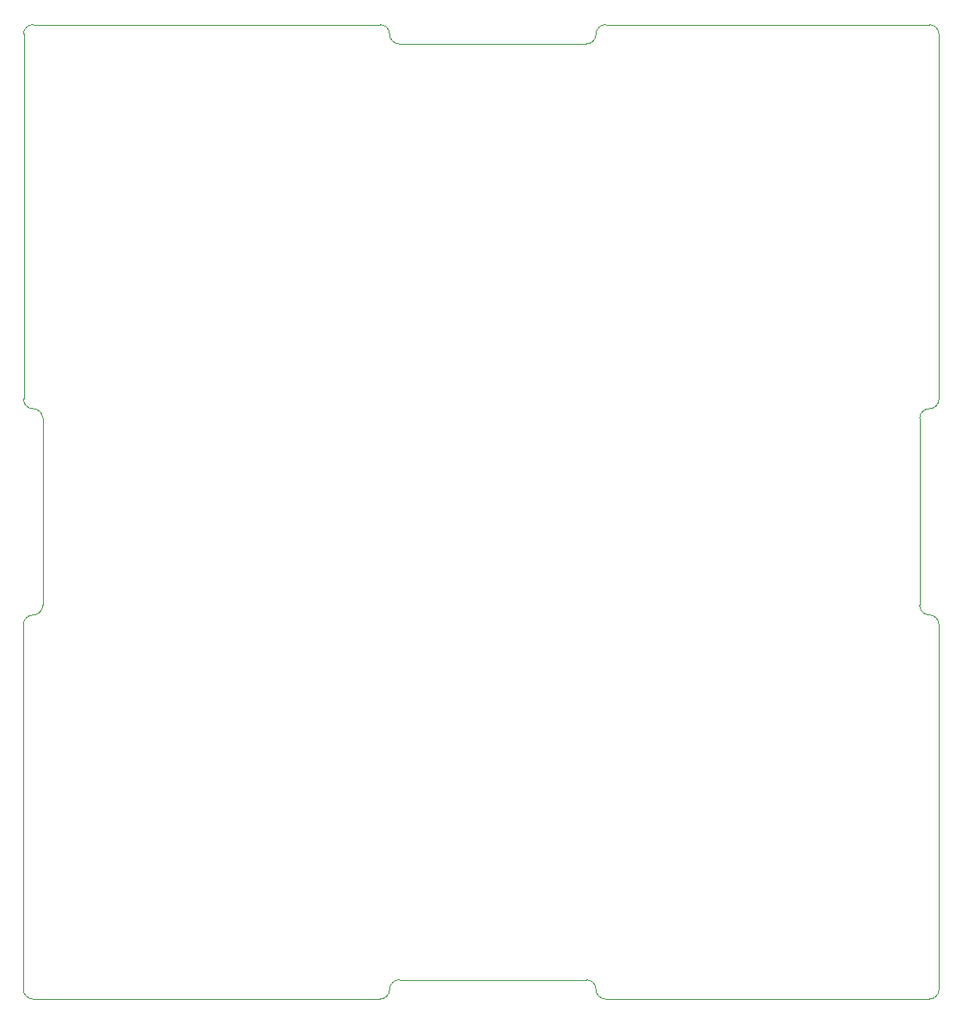
<source format=gbr>
G04 #@! TF.GenerationSoftware,KiCad,Pcbnew,(6.0.8)*
G04 #@! TF.CreationDate,2022-10-24T22:40:06+02:00*
G04 #@! TF.ProjectId,pcdu,70636475-2e6b-4696-9361-645f70636258,rev?*
G04 #@! TF.SameCoordinates,Original*
G04 #@! TF.FileFunction,Profile,NP*
%FSLAX46Y46*%
G04 Gerber Fmt 4.6, Leading zero omitted, Abs format (unit mm)*
G04 Created by KiCad (PCBNEW (6.0.8)) date 2022-10-24 22:40:06*
%MOMM*%
%LPD*%
G01*
G04 APERTURE LIST*
G04 #@! TA.AperFunction,Profile*
%ADD10C,0.100000*%
G04 #@! TD*
G04 APERTURE END LIST*
D10*
X82550000Y-78117700D02*
G75*
G03*
X83502500Y-79070200I952500J0D01*
G01*
X83502500Y-41275000D02*
G75*
G03*
X82550000Y-42227500I0J-952500D01*
G01*
X172720000Y-42227500D02*
G75*
G03*
X171767500Y-41275000I-952500J0D01*
G01*
X171767500Y-137160000D02*
G75*
G03*
X172720000Y-136207500I0J952500D01*
G01*
X171767500Y-79070200D02*
G75*
G03*
X172720000Y-78117700I0J952500D01*
G01*
X172720000Y-100317300D02*
G75*
G03*
X171767500Y-99364800I-952500J0D01*
G01*
X170815000Y-98412300D02*
G75*
G03*
X171767500Y-99364800I952500J0D01*
G01*
X172720000Y-100317300D02*
X172720000Y-136207500D01*
X170815000Y-80022700D02*
X170815000Y-98412300D01*
X172720000Y-42227500D02*
X172720000Y-78117700D01*
X171767500Y-79070200D02*
G75*
G03*
X170815000Y-80022700I0J-952500D01*
G01*
X138938000Y-136207500D02*
G75*
G03*
X137985500Y-135255000I-952500J0D01*
G01*
X138938000Y-136207500D02*
G75*
G03*
X139890500Y-137160000I952500J0D01*
G01*
X119570500Y-135255000D02*
X137985500Y-135255000D01*
X118618000Y-42227500D02*
G75*
G03*
X117665500Y-41275000I-952500J0D01*
G01*
X83502500Y-41275000D02*
X117665500Y-41275000D01*
X139890500Y-41275000D02*
X171767500Y-41275000D01*
X139890500Y-41275000D02*
G75*
G03*
X138938000Y-42227500I0J-952500D01*
G01*
X118618000Y-42227500D02*
G75*
G03*
X119570500Y-43180000I952500J0D01*
G01*
X119570500Y-43180000D02*
X137985500Y-43180000D01*
X137985500Y-43180000D02*
G75*
G03*
X138938000Y-42227500I0J952500D01*
G01*
X117665500Y-137160000D02*
G75*
G03*
X118618000Y-136207500I0J952500D01*
G01*
X119570500Y-135255000D02*
G75*
G03*
X118618000Y-136207500I0J-952500D01*
G01*
X83502500Y-99364800D02*
G75*
G03*
X82550000Y-100317300I0J-952500D01*
G01*
X83502500Y-99364800D02*
G75*
G03*
X84455000Y-98412300I0J952500D01*
G01*
X84455000Y-80022700D02*
G75*
G03*
X83502500Y-79070200I-952500J0D01*
G01*
X84455000Y-80022700D02*
X84455000Y-98412300D01*
X139890500Y-137160000D02*
X171767500Y-137160000D01*
X83502500Y-137160000D02*
X117665500Y-137160000D01*
X82640000Y-42179900D02*
X82640000Y-78070100D01*
X82550000Y-100317300D02*
X82550000Y-136207500D01*
X82550000Y-136207500D02*
G75*
G03*
X83502500Y-137160000I952500J0D01*
G01*
M02*

</source>
